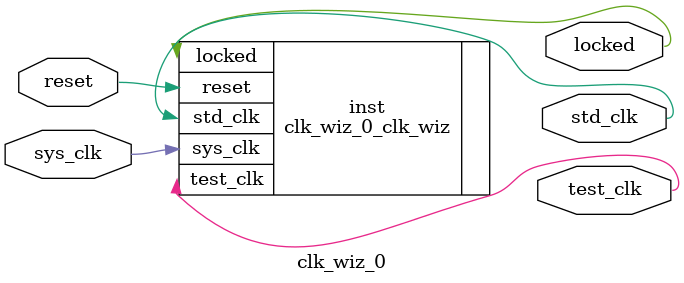
<source format=v>


`timescale 1ps/1ps

(* CORE_GENERATION_INFO = "clk_wiz_0,clk_wiz_v6_0_13_0_0,{component_name=clk_wiz_0,use_phase_alignment=true,use_min_o_jitter=false,use_max_i_jitter=false,use_dyn_phase_shift=false,use_inclk_switchover=false,use_dyn_reconfig=false,enable_axi=0,feedback_source=FDBK_AUTO,PRIMITIVE=MMCM,num_out_clk=2,clkin1_period=10.000,clkin2_period=10.000,use_power_down=false,use_reset=true,use_locked=true,use_inclk_stopped=false,feedback_type=SINGLE,CLOCK_MGR_TYPE=NA,manual_override=false}" *)

module clk_wiz_0 
 (
  // Clock out ports
  output        std_clk,
  output        test_clk,
  // Status and control signals
  input         reset,
  output        locked,
 // Clock in ports
  input         sys_clk
 );

  clk_wiz_0_clk_wiz inst
  (
  // Clock out ports  
  .std_clk(std_clk),
  .test_clk(test_clk),
  // Status and control signals               
  .reset(reset), 
  .locked(locked),
 // Clock in ports
  .sys_clk(sys_clk)
  );

endmodule

</source>
